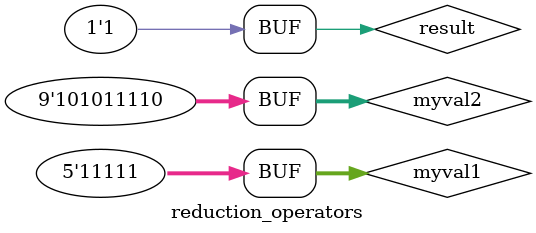
<source format=v>
module reduction_operators();

    reg [4:0] myval1 = 5'b1_1111;           //5bit variable
    reg [8:0] myval2 = 9'b1_0101_1110;      //9bit variable
    reg result;

    //Procedure used to continuouly monitor myval1, myval2 and result
    initial begin
      $monitor("MON myval1=%b, myval2=%b, result=%b", myval1, myval2, result);
    end

    //Procedure used to generate stimulus
    initial begin
        result = &myval1;                   
        #1;
        result = &myval2;                    //AND reduction

        #1;
        result = ~&myval1;
        #1;
        result = ~&myval2;                  //NAND reduction

        #1
        result = |myval1;
        #1;
        result = |myval2;                   //OR reduction

        #1;
        result = ~|myval1;
        #1;
        result = ~|myval2;                  //NOR reduction

        #1;
        result = ^myval1;
        #1;
        result = ^myval2;                   //XOR reduction  

        #1;
        result = ~^myval1;
        #1;
        result = ~^myval2;                  //XNOR reduction

    end

endmodule
</source>
